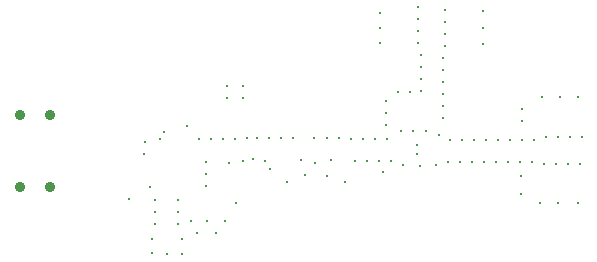
<source format=gbr>
%TF.GenerationSoftware,Altium Limited,Altium Designer,22.5.1 (42)*%
G04 Layer_Color=0*
%FSLAX26Y26*%
%MOIN*%
%TF.SameCoordinates,B04901F9-BF46-49F9-850C-5E78856F6392*%
%TF.FilePolarity,Positive*%
%TF.FileFunction,Plated,1,2,PTH,Drill*%
%TF.Part,Single*%
G01*
G75*
%TA.AperFunction,ComponentDrill*%
%ADD48C,0.035433*%
%TA.AperFunction,ViaDrill,NotFilled*%
%ADD49C,0.010000*%
D48*
X1200000Y1380000D02*
D03*
X1100000D02*
D03*
Y1620000D02*
D03*
X1200000D02*
D03*
D49*
X2511605Y1690334D02*
D03*
Y1810334D02*
D03*
Y1770334D02*
D03*
Y1650334D02*
D03*
Y1730334D02*
D03*
X2519171Y1849612D02*
D03*
Y1889612D02*
D03*
X2510392Y1610353D02*
D03*
X2437175Y1738802D02*
D03*
Y1698802D02*
D03*
Y1778802D02*
D03*
Y1818802D02*
D03*
X2300000Y1860000D02*
D03*
Y1910000D02*
D03*
Y1960000D02*
D03*
X2645000Y1855000D02*
D03*
Y1910000D02*
D03*
Y1965000D02*
D03*
X2320000Y1585000D02*
D03*
Y1625000D02*
D03*
Y1665000D02*
D03*
X2360000Y1695000D02*
D03*
X2400000D02*
D03*
X2428388Y1977825D02*
D03*
Y1937825D02*
D03*
Y1897825D02*
D03*
Y1857825D02*
D03*
X2410000Y1565000D02*
D03*
X2455000D02*
D03*
X2519171Y1929612D02*
D03*
Y1969612D02*
D03*
X2425000Y1520000D02*
D03*
X2435000Y1450000D02*
D03*
X2489583Y1452608D02*
D03*
X2528266Y1462785D02*
D03*
X2568266D02*
D03*
X2608266D02*
D03*
X2648266D02*
D03*
X2688266D02*
D03*
X2728266D02*
D03*
X2768266D02*
D03*
X2808266D02*
D03*
X2847422Y1454608D02*
D03*
X2887422D02*
D03*
X2927422D02*
D03*
X2967422D02*
D03*
X2974190Y1545392D02*
D03*
X2934190D02*
D03*
X2894190D02*
D03*
X2854190D02*
D03*
X2815034Y1537215D02*
D03*
X2775034D02*
D03*
X2735034D02*
D03*
X2695034D02*
D03*
X2655034D02*
D03*
X2615034D02*
D03*
X2575034D02*
D03*
X2535034D02*
D03*
X2497804Y1551840D02*
D03*
X2324407Y1539995D02*
D03*
X2284407D02*
D03*
X2244407D02*
D03*
X2204407D02*
D03*
X2164469Y1542215D02*
D03*
X2124479Y1543108D02*
D03*
X2138945Y1467785D02*
D03*
X2218668Y1465564D02*
D03*
X2258668D02*
D03*
X2298668D02*
D03*
X2338668D02*
D03*
X2376512Y1452608D02*
D03*
X2425000Y1490000D02*
D03*
X2370000Y1565000D02*
D03*
X2011312Y1542215D02*
D03*
X1971312Y1542215D02*
D03*
X1931312D02*
D03*
X1891322Y1543108D02*
D03*
X1877408Y1471222D02*
D03*
X1917173Y1466892D02*
D03*
X2037133Y1467785D02*
D03*
X2085000Y1460000D02*
D03*
X2080993Y1541556D02*
D03*
X1517502Y1528973D02*
D03*
X1515325Y1489033D02*
D03*
X1567142Y1539074D02*
D03*
X1581568Y1561061D02*
D03*
X1843933Y1465344D02*
D03*
X1856668Y1543108D02*
D03*
X1816807Y1539774D02*
D03*
X1776807D02*
D03*
X1736807D02*
D03*
X1696807D02*
D03*
X1657551Y1583431D02*
D03*
X1721892Y1462042D02*
D03*
X1722785Y1422052D02*
D03*
X1721892Y1382062D02*
D03*
X1798108Y1457931D02*
D03*
X1551892Y1334779D02*
D03*
X1552785Y1294789D02*
D03*
X1551892Y1254799D02*
D03*
X1628108Y1255392D02*
D03*
X1627215Y1295382D02*
D03*
X1628108Y1335372D02*
D03*
X1640000Y1155000D02*
D03*
X1590000D02*
D03*
X1540000Y1160000D02*
D03*
X1640000Y1205000D02*
D03*
X1540000D02*
D03*
X1690000Y1225000D02*
D03*
X1670000Y1265000D02*
D03*
X1725000D02*
D03*
X1465000Y1340000D02*
D03*
X1535000Y1380000D02*
D03*
X1755000Y1225000D02*
D03*
X1785000Y1265000D02*
D03*
X1820000Y1325000D02*
D03*
X1990000Y1395000D02*
D03*
X2185000D02*
D03*
X2050000Y1420000D02*
D03*
X2125000Y1415000D02*
D03*
X1790000Y1715000D02*
D03*
Y1675000D02*
D03*
X1845000D02*
D03*
Y1715000D02*
D03*
X1935000Y1440000D02*
D03*
X2770000Y1355000D02*
D03*
Y1415000D02*
D03*
X2775000Y1600000D02*
D03*
Y1640000D02*
D03*
X2840000Y1680000D02*
D03*
X2900000D02*
D03*
X2960000D02*
D03*
X2835000Y1325000D02*
D03*
X2895000D02*
D03*
X2960000D02*
D03*
X2310000Y1430000D02*
D03*
%TF.MD5,d41ec9074964e48b150d2917a4e05630*%
M02*

</source>
